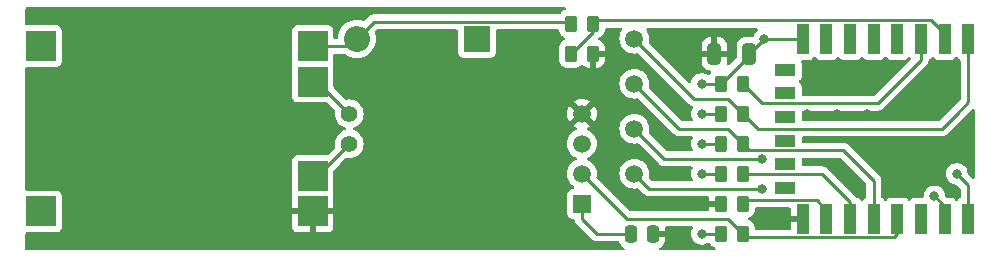
<source format=gbr>
%TF.GenerationSoftware,KiCad,Pcbnew,7.0.9*%
%TF.CreationDate,2023-11-22T21:43:23-08:00*%
%TF.ProjectId,esp12-temp-sensore,65737031-322d-4746-956d-702d73656e73,rev?*%
%TF.SameCoordinates,Original*%
%TF.FileFunction,Copper,L1,Top*%
%TF.FilePolarity,Positive*%
%FSLAX46Y46*%
G04 Gerber Fmt 4.6, Leading zero omitted, Abs format (unit mm)*
G04 Created by KiCad (PCBNEW 7.0.9) date 2023-11-22 21:43:23*
%MOMM*%
%LPD*%
G01*
G04 APERTURE LIST*
G04 Aperture macros list*
%AMRoundRect*
0 Rectangle with rounded corners*
0 $1 Rounding radius*
0 $2 $3 $4 $5 $6 $7 $8 $9 X,Y pos of 4 corners*
0 Add a 4 corners polygon primitive as box body*
4,1,4,$2,$3,$4,$5,$6,$7,$8,$9,$2,$3,0*
0 Add four circle primitives for the rounded corners*
1,1,$1+$1,$2,$3*
1,1,$1+$1,$4,$5*
1,1,$1+$1,$6,$7*
1,1,$1+$1,$8,$9*
0 Add four rect primitives between the rounded corners*
20,1,$1+$1,$2,$3,$4,$5,0*
20,1,$1+$1,$4,$5,$6,$7,0*
20,1,$1+$1,$6,$7,$8,$9,0*
20,1,$1+$1,$8,$9,$2,$3,0*%
G04 Aperture macros list end*
%TA.AperFunction,SMDPad,CuDef*%
%ADD10RoundRect,0.250000X-0.262500X-0.450000X0.262500X-0.450000X0.262500X0.450000X-0.262500X0.450000X0*%
%TD*%
%TA.AperFunction,SMDPad,CuDef*%
%ADD11C,1.500000*%
%TD*%
%TA.AperFunction,SMDPad,CuDef*%
%ADD12R,2.500000X2.500000*%
%TD*%
%TA.AperFunction,SMDPad,CuDef*%
%ADD13RoundRect,0.250000X-0.250000X-0.475000X0.250000X-0.475000X0.250000X0.475000X-0.250000X0.475000X0*%
%TD*%
%TA.AperFunction,SMDPad,CuDef*%
%ADD14RoundRect,0.250000X-0.325000X-0.650000X0.325000X-0.650000X0.325000X0.650000X-0.325000X0.650000X0*%
%TD*%
%TA.AperFunction,SMDPad,CuDef*%
%ADD15R,1.000000X2.500000*%
%TD*%
%TA.AperFunction,SMDPad,CuDef*%
%ADD16R,1.800000X1.000000*%
%TD*%
%TA.AperFunction,ComponentPad*%
%ADD17R,2.200000X2.200000*%
%TD*%
%TA.AperFunction,ComponentPad*%
%ADD18O,2.200000X2.200000*%
%TD*%
%TA.AperFunction,ComponentPad*%
%ADD19C,1.400000*%
%TD*%
%TA.AperFunction,ComponentPad*%
%ADD20R,1.500000X1.500000*%
%TD*%
%TA.AperFunction,ComponentPad*%
%ADD21C,1.500000*%
%TD*%
%TA.AperFunction,SMDPad,CuDef*%
%ADD22RoundRect,0.250000X0.262500X0.450000X-0.262500X0.450000X-0.262500X-0.450000X0.262500X-0.450000X0*%
%TD*%
%TA.AperFunction,ViaPad*%
%ADD23C,0.800000*%
%TD*%
%TA.AperFunction,Conductor*%
%ADD24C,0.250000*%
%TD*%
G04 APERTURE END LIST*
D10*
%TO.P,R7,1*%
%TO.N,VDC*%
X79097500Y-39370000D03*
%TO.P,R7,2*%
%TO.N,/HI_BOOT*%
X80922500Y-39370000D03*
%TD*%
D11*
%TO.P,T2,1,1*%
%TO.N,/FLASH*%
X71755000Y-31750000D03*
%TD*%
D12*
%TO.P,A1,1,IN+*%
%TO.N,unconnected-(A1-IN+-Pad1)*%
X21520000Y-28560000D03*
%TO.P,A1,2,IN-*%
%TO.N,unconnected-(A1-IN--Pad2)*%
X21520000Y-42560000D03*
%TO.P,A1,3,B+*%
%TO.N,+BATT*%
X44520000Y-31560000D03*
%TO.P,A1,4,B-*%
%TO.N,-BATT*%
X44520000Y-39560000D03*
%TO.P,A1,5,OUT+*%
%TO.N,/+BATT_PROT*%
X44520000Y-28560000D03*
%TO.P,A1,6,OUT-*%
%TO.N,GND*%
X44520000Y-42560000D03*
%TD*%
D13*
%TO.P,C1,1*%
%TO.N,VDC*%
X71440000Y-44450000D03*
%TO.P,C1,2*%
%TO.N,GND*%
X73340000Y-44450000D03*
%TD*%
D14*
%TO.P,C2,1*%
%TO.N,GND*%
X78535000Y-29210000D03*
%TO.P,C2,2*%
%TO.N,VDC*%
X81485000Y-29210000D03*
%TD*%
D10*
%TO.P,R6,1*%
%TO.N,VDC*%
X79097500Y-31750000D03*
%TO.P,R6,2*%
%TO.N,/EN*%
X80922500Y-31750000D03*
%TD*%
%TO.P,R3,1*%
%TO.N,/BATT_LVL*%
X66397500Y-29210000D03*
%TO.P,R3,2*%
%TO.N,GND*%
X68222500Y-29210000D03*
%TD*%
%TO.P,R5,1*%
%TO.N,VDC*%
X79097500Y-36830000D03*
%TO.P,R5,2*%
%TO.N,/FLASH*%
X80922500Y-36830000D03*
%TD*%
%TO.P,R4,1*%
%TO.N,VDC*%
X79097500Y-34290000D03*
%TO.P,R4,2*%
%TO.N,/RST*%
X80922500Y-34290000D03*
%TD*%
D15*
%TO.P,U2,1,~{RST}*%
%TO.N,/RST*%
X100020000Y-27960000D03*
%TO.P,U2,2,ADC*%
%TO.N,/BATT_LVL*%
X98020000Y-27960000D03*
%TO.P,U2,3,EN*%
%TO.N,/EN*%
X96020000Y-27960000D03*
%TO.P,U2,4,GPIO16*%
%TO.N,/RST*%
X94020000Y-27960000D03*
%TO.P,U2,5,GPIO14*%
%TO.N,unconnected-(U2-GPIO14-Pad5)*%
X92020000Y-27960000D03*
%TO.P,U2,6,GPIO12*%
%TO.N,unconnected-(U2-GPIO12-Pad6)*%
X90020000Y-27960000D03*
%TO.P,U2,7,GPIO13*%
%TO.N,unconnected-(U2-GPIO13-Pad7)*%
X88020000Y-27960000D03*
%TO.P,U2,8,VCC*%
%TO.N,VDC*%
X86020000Y-27960000D03*
D16*
%TO.P,U2,9,CS0*%
%TO.N,unconnected-(U2-CS0-Pad9)*%
X84520000Y-30560000D03*
%TO.P,U2,10,MISO*%
%TO.N,unconnected-(U2-MISO-Pad10)*%
X84520000Y-32560000D03*
%TO.P,U2,11,GPIO9*%
%TO.N,unconnected-(U2-GPIO9-Pad11)*%
X84520000Y-34560000D03*
%TO.P,U2,12,GPIO10*%
%TO.N,unconnected-(U2-GPIO10-Pad12)*%
X84520000Y-36560000D03*
%TO.P,U2,13,MOSI*%
%TO.N,unconnected-(U2-MOSI-Pad13)*%
X84520000Y-38560000D03*
%TO.P,U2,14,SCLK*%
%TO.N,unconnected-(U2-SCLK-Pad14)*%
X84520000Y-40560000D03*
D15*
%TO.P,U2,15,GND*%
%TO.N,GND*%
X86020000Y-43160000D03*
%TO.P,U2,16,GPIO15*%
%TO.N,/LOW_BOOT*%
X88020000Y-43160000D03*
%TO.P,U2,17,GPIO2*%
%TO.N,/HI_BOOT*%
X90020000Y-43160000D03*
%TO.P,U2,18,GPIO0*%
%TO.N,/FLASH*%
X92020000Y-43160000D03*
%TO.P,U2,19,GPIO4*%
%TO.N,/SENSOR*%
X94020000Y-43160000D03*
%TO.P,U2,20,GPIO5*%
%TO.N,unconnected-(U2-GPIO5-Pad20)*%
X96020000Y-43160000D03*
%TO.P,U2,21,GPIO3/RXD*%
%TO.N,/SERIAL_TX*%
X98020000Y-43160000D03*
%TO.P,U2,22,GPIO1/TXD*%
%TO.N,/SERIAL_RX*%
X100020000Y-43160000D03*
%TD*%
D11*
%TO.P,T4,1,1*%
%TO.N,/SERIAL_TX*%
X71755000Y-39370000D03*
%TD*%
D17*
%TO.P,D1,1,K*%
%TO.N,VDC*%
X58420000Y-27940000D03*
D18*
%TO.P,D1,2,A*%
%TO.N,/+BATT_PROT*%
X48260000Y-27940000D03*
%TD*%
D11*
%TO.P,T3,1,1*%
%TO.N,/SERIAL_RX*%
X71755000Y-35560000D03*
%TD*%
%TO.P,T1,1,1*%
%TO.N,/RST*%
X71755000Y-27940000D03*
%TD*%
D10*
%TO.P,R2,1*%
%TO.N,/+BATT_PROT*%
X66397500Y-26670000D03*
%TO.P,R2,2*%
%TO.N,/BATT_LVL*%
X68222500Y-26670000D03*
%TD*%
D19*
%TO.P,J1,1,1*%
%TO.N,+BATT*%
X47625000Y-34290000D03*
%TO.P,J1,2,2*%
%TO.N,-BATT*%
X47625000Y-36830000D03*
%TD*%
D20*
%TO.P,U1,1,VCC*%
%TO.N,VDC*%
X67310000Y-41910000D03*
D21*
%TO.P,U1,2,IO*%
%TO.N,/SENSOR*%
X67310000Y-39370000D03*
%TO.P,U1,3,NC*%
%TO.N,unconnected-(U1-NC-Pad3)*%
X67310000Y-36830000D03*
%TO.P,U1,4,GND*%
%TO.N,GND*%
X67310000Y-34290000D03*
%TD*%
D22*
%TO.P,R8,1*%
%TO.N,/LOW_BOOT*%
X80922500Y-41910000D03*
%TO.P,R8,2*%
%TO.N,GND*%
X79097500Y-41910000D03*
%TD*%
D10*
%TO.P,R1,1*%
%TO.N,VDC*%
X79097500Y-44450000D03*
%TO.P,R1,2*%
%TO.N,/SENSOR*%
X80922500Y-44450000D03*
%TD*%
D23*
%TO.N,GND*%
X91440000Y-36830000D03*
X27051000Y-41910000D03*
X53340000Y-27940000D03*
X74930000Y-44450000D03*
X82550000Y-43180000D03*
X41910000Y-41910000D03*
X89408000Y-39370000D03*
X96520000Y-39370000D03*
X86360000Y-34290000D03*
X57277000Y-42545000D03*
X27051000Y-30607000D03*
X96520000Y-36830000D03*
X93980000Y-34290000D03*
X74930000Y-29210000D03*
X88900000Y-34290000D03*
X41910000Y-30480000D03*
X98933000Y-36830000D03*
X27051000Y-35433000D03*
X96520000Y-31750000D03*
X50546000Y-42545000D03*
X41910000Y-35433000D03*
X34163000Y-41783000D03*
X50546000Y-35433000D03*
X34163000Y-30607000D03*
X93980000Y-36830000D03*
X34163000Y-35433000D03*
X63246000Y-31369000D03*
X91440000Y-34290000D03*
X88900000Y-31750000D03*
X57150000Y-35433000D03*
X91440000Y-31750000D03*
X83820000Y-43180000D03*
X76200000Y-30480000D03*
X86360000Y-31750000D03*
X96520000Y-34290000D03*
X93980000Y-39370000D03*
%TO.N,VDC*%
X77470000Y-34290000D03*
X77470000Y-44450000D03*
X77470000Y-39370000D03*
X77470000Y-36830000D03*
X82735000Y-27960000D03*
X77470000Y-31750000D03*
%TO.N,/RST*%
X80899000Y-34290000D03*
X94107000Y-27940000D03*
%TO.N,/SERIAL_RX*%
X82550000Y-38109500D03*
X99060000Y-39370000D03*
%TO.N,/SERIAL_TX*%
X97155000Y-41275000D03*
X82550000Y-40640000D03*
%TD*%
D24*
%TO.N,+BATT*%
X44895000Y-31560000D02*
X44520000Y-31560000D01*
X47625000Y-34290000D02*
X44895000Y-31560000D01*
%TO.N,-BATT*%
X44895000Y-39560000D02*
X44520000Y-39560000D01*
X47625000Y-36830000D02*
X44895000Y-39560000D01*
%TO.N,/+BATT_PROT*%
X47640000Y-28560000D02*
X48260000Y-27940000D01*
X49685000Y-26515000D02*
X66242500Y-26515000D01*
X44520000Y-28560000D02*
X47640000Y-28560000D01*
X66242500Y-26515000D02*
X66397500Y-26670000D01*
X48260000Y-27940000D02*
X49685000Y-26515000D01*
%TO.N,VDC*%
X79097500Y-36830000D02*
X77470000Y-36830000D01*
X86020000Y-27960000D02*
X82735000Y-27960000D01*
X81485000Y-29362500D02*
X81485000Y-29210000D01*
X68580000Y-44450000D02*
X67310000Y-43180000D01*
X79097500Y-44450000D02*
X77470000Y-44450000D01*
X79097500Y-39370000D02*
X77470000Y-39370000D01*
X67310000Y-43180000D02*
X67310000Y-41910000D01*
X79097500Y-31750000D02*
X81485000Y-29362500D01*
X79097500Y-34290000D02*
X77470000Y-34290000D01*
X71440000Y-44450000D02*
X68580000Y-44450000D01*
X82735000Y-27960000D02*
X81485000Y-29210000D01*
X79097500Y-31750000D02*
X77470000Y-31750000D01*
%TO.N,/SENSOR*%
X80922500Y-44450000D02*
X79652500Y-43180000D01*
X71120000Y-43180000D02*
X67310000Y-39370000D01*
X80922500Y-44450000D02*
X81207500Y-44735000D01*
X79652500Y-43180000D02*
X71120000Y-43180000D01*
X93695000Y-44735000D02*
X93980000Y-44450000D01*
X81207500Y-44735000D02*
X93695000Y-44735000D01*
%TO.N,/BATT_LVL*%
X96845000Y-26385000D02*
X68507500Y-26385000D01*
X66397500Y-29210000D02*
X68222500Y-27385000D01*
X68222500Y-27385000D02*
X68222500Y-26670000D01*
X68507500Y-26385000D02*
X68222500Y-26670000D01*
X98020000Y-27960000D02*
X98020000Y-27560000D01*
X98020000Y-27560000D02*
X96845000Y-26385000D01*
%TO.N,/RST*%
X94020000Y-27960000D02*
X94087000Y-27960000D01*
X80922500Y-34290000D02*
X82192500Y-35560000D01*
X82192500Y-35560000D02*
X85090000Y-35560000D01*
X76835000Y-33020000D02*
X71755000Y-27940000D01*
X94087000Y-27960000D02*
X94107000Y-27940000D01*
X79652500Y-33020000D02*
X76835000Y-33020000D01*
X100020000Y-33330000D02*
X99060000Y-34290000D01*
X85090000Y-35560000D02*
X95250000Y-35560000D01*
X99060000Y-34290000D02*
X97790000Y-35560000D01*
X100020000Y-27960000D02*
X100020000Y-33330000D01*
X80922500Y-34290000D02*
X79652500Y-33020000D01*
X97790000Y-35560000D02*
X95250000Y-35560000D01*
%TO.N,/FLASH*%
X89455000Y-37385000D02*
X92020000Y-39950000D01*
X80922500Y-36830000D02*
X81477500Y-37385000D01*
X80922500Y-36830000D02*
X79652500Y-35560000D01*
X79652500Y-35560000D02*
X75565000Y-35560000D01*
X75565000Y-35560000D02*
X71755000Y-31750000D01*
X81477500Y-37385000D02*
X89455000Y-37385000D01*
X92020000Y-39950000D02*
X92020000Y-43160000D01*
%TO.N,/EN*%
X96020000Y-29710000D02*
X96020000Y-27960000D01*
X92345000Y-33385000D02*
X96020000Y-29710000D01*
X80922500Y-31750000D02*
X82557500Y-33385000D01*
X82557500Y-33385000D02*
X92345000Y-33385000D01*
%TO.N,/HI_BOOT*%
X80922500Y-39370000D02*
X80937500Y-39385000D01*
X80937500Y-39385000D02*
X87645000Y-39385000D01*
X87645000Y-39385000D02*
X90020000Y-41760000D01*
X90020000Y-41760000D02*
X90020000Y-43160000D01*
%TO.N,/LOW_BOOT*%
X87195000Y-41585000D02*
X88020000Y-42410000D01*
X80922500Y-41910000D02*
X81247500Y-41585000D01*
X88020000Y-42410000D02*
X88020000Y-43160000D01*
X81247500Y-41585000D02*
X87195000Y-41585000D01*
%TO.N,/SERIAL_RX*%
X100020000Y-43160000D02*
X100020000Y-40330000D01*
X100020000Y-40330000D02*
X99060000Y-39370000D01*
X82550000Y-38109500D02*
X74304500Y-38109500D01*
X74304500Y-38109500D02*
X71755000Y-35560000D01*
%TO.N,/SERIAL_TX*%
X73025000Y-40640000D02*
X71755000Y-39370000D01*
X82550000Y-40640000D02*
X73025000Y-40640000D01*
X98020000Y-42140000D02*
X97155000Y-41275000D01*
X98020000Y-43160000D02*
X98020000Y-42140000D01*
%TD*%
%TA.AperFunction,Conductor*%
%TO.N,GND*%
G36*
X65891391Y-25285502D02*
G01*
X65937884Y-25339158D01*
X65947988Y-25409432D01*
X65918494Y-25474012D01*
X65862903Y-25511104D01*
X65812265Y-25527883D01*
X65661347Y-25620970D01*
X65661341Y-25620975D01*
X65535975Y-25746341D01*
X65535970Y-25746347D01*
X65489525Y-25821647D01*
X65436739Y-25869125D01*
X65382284Y-25881500D01*
X49768849Y-25881500D01*
X49753010Y-25879751D01*
X49752983Y-25880045D01*
X49745091Y-25879299D01*
X49675060Y-25881500D01*
X49645144Y-25881500D01*
X49638172Y-25882379D01*
X49632265Y-25882844D01*
X49585110Y-25884326D01*
X49585105Y-25884327D01*
X49565660Y-25889977D01*
X49546302Y-25893986D01*
X49526210Y-25896524D01*
X49526202Y-25896526D01*
X49482336Y-25913893D01*
X49476721Y-25915816D01*
X49431407Y-25928982D01*
X49431402Y-25928984D01*
X49413963Y-25939297D01*
X49396218Y-25947990D01*
X49377380Y-25955449D01*
X49355278Y-25971507D01*
X49339212Y-25983180D01*
X49334261Y-25986433D01*
X49293640Y-26010455D01*
X49279307Y-26024787D01*
X49264281Y-26037620D01*
X49247895Y-26049526D01*
X49247894Y-26049526D01*
X49217818Y-26085880D01*
X49213823Y-26090271D01*
X48917123Y-26386970D01*
X48854811Y-26420996D01*
X48783996Y-26415931D01*
X48779813Y-26414285D01*
X48758591Y-26405495D01*
X48681428Y-26386970D01*
X48512403Y-26346391D01*
X48260000Y-26326526D01*
X48007597Y-26346391D01*
X47761410Y-26405494D01*
X47527499Y-26502383D01*
X47311625Y-26634671D01*
X47119102Y-26799102D01*
X46954671Y-26991625D01*
X46822383Y-27207499D01*
X46725494Y-27441410D01*
X46666391Y-27687597D01*
X46656727Y-27810387D01*
X46631441Y-27876728D01*
X46574303Y-27918867D01*
X46531115Y-27926500D01*
X46404500Y-27926500D01*
X46336379Y-27906498D01*
X46289886Y-27852842D01*
X46278500Y-27800500D01*
X46278500Y-27261367D01*
X46278499Y-27261350D01*
X46271990Y-27200803D01*
X46271988Y-27200795D01*
X46241657Y-27119477D01*
X46220889Y-27063796D01*
X46220888Y-27063794D01*
X46220887Y-27063792D01*
X46133261Y-26946738D01*
X46016207Y-26859112D01*
X46016202Y-26859110D01*
X45879204Y-26808011D01*
X45879196Y-26808009D01*
X45818649Y-26801500D01*
X45818638Y-26801500D01*
X43221362Y-26801500D01*
X43221350Y-26801500D01*
X43160803Y-26808009D01*
X43160795Y-26808011D01*
X43023797Y-26859110D01*
X43023792Y-26859112D01*
X42906738Y-26946738D01*
X42819112Y-27063792D01*
X42819110Y-27063797D01*
X42768011Y-27200795D01*
X42768009Y-27200803D01*
X42761500Y-27261350D01*
X42761500Y-29858649D01*
X42768009Y-29919196D01*
X42768011Y-29919204D01*
X42804103Y-30015967D01*
X42809169Y-30086783D01*
X42804103Y-30104033D01*
X42768011Y-30200795D01*
X42768009Y-30200803D01*
X42761500Y-30261350D01*
X42761500Y-32858649D01*
X42768009Y-32919196D01*
X42768011Y-32919204D01*
X42819110Y-33056202D01*
X42819112Y-33056207D01*
X42906738Y-33173261D01*
X43023792Y-33260887D01*
X43023794Y-33260888D01*
X43023796Y-33260889D01*
X43082875Y-33282924D01*
X43160795Y-33311988D01*
X43160803Y-33311990D01*
X43221350Y-33318499D01*
X43221355Y-33318499D01*
X43221362Y-33318500D01*
X45705405Y-33318500D01*
X45773526Y-33338502D01*
X45794501Y-33355405D01*
X46397498Y-33958403D01*
X46431523Y-34020715D01*
X46430261Y-34073744D01*
X46431270Y-34073922D01*
X46430315Y-34079339D01*
X46430314Y-34079342D01*
X46430314Y-34079345D01*
X46411884Y-34290000D01*
X46430314Y-34500655D01*
X46454856Y-34592248D01*
X46485043Y-34704908D01*
X46485045Y-34704912D01*
X46574412Y-34896561D01*
X46695692Y-35069767D01*
X46695696Y-35069772D01*
X46695699Y-35069776D01*
X46845224Y-35219301D01*
X46845228Y-35219304D01*
X46845232Y-35219307D01*
X47018438Y-35340587D01*
X47018441Y-35340588D01*
X47018442Y-35340589D01*
X47210090Y-35429956D01*
X47241205Y-35438293D01*
X47301828Y-35475245D01*
X47332849Y-35539105D01*
X47324421Y-35609600D01*
X47279218Y-35664347D01*
X47241206Y-35681706D01*
X47233406Y-35683796D01*
X47210091Y-35690043D01*
X47210087Y-35690045D01*
X47018438Y-35779412D01*
X46845232Y-35900692D01*
X46845221Y-35900701D01*
X46695703Y-36050220D01*
X46695692Y-36050232D01*
X46574412Y-36223438D01*
X46485045Y-36415087D01*
X46485043Y-36415091D01*
X46473427Y-36458444D01*
X46430314Y-36619345D01*
X46411884Y-36830000D01*
X46430314Y-37040655D01*
X46430314Y-37040658D01*
X46430315Y-37040660D01*
X46431270Y-37046078D01*
X46429957Y-37046309D01*
X46428418Y-37110871D01*
X46397498Y-37161597D01*
X45794498Y-37764596D01*
X45732188Y-37798620D01*
X45705405Y-37801500D01*
X43221350Y-37801500D01*
X43160803Y-37808009D01*
X43160795Y-37808011D01*
X43023797Y-37859110D01*
X43023792Y-37859112D01*
X42906738Y-37946738D01*
X42819112Y-38063792D01*
X42819110Y-38063797D01*
X42768011Y-38200795D01*
X42768009Y-38200803D01*
X42761500Y-38261350D01*
X42761500Y-40858649D01*
X42768009Y-40919196D01*
X42768010Y-40919197D01*
X42768010Y-40919199D01*
X42768011Y-40919201D01*
X42804370Y-41016681D01*
X42809435Y-41087497D01*
X42804370Y-41104745D01*
X42768505Y-41200904D01*
X42762000Y-41261402D01*
X42762000Y-42306000D01*
X46278000Y-42306000D01*
X46278000Y-41261414D01*
X46277999Y-41261402D01*
X46271494Y-41200907D01*
X46235629Y-41104748D01*
X46230564Y-41033932D01*
X46235630Y-41016682D01*
X46271988Y-40919204D01*
X46271990Y-40919196D01*
X46278499Y-40858649D01*
X46278500Y-40858632D01*
X46278500Y-39124594D01*
X46298502Y-39056473D01*
X46315405Y-39035499D01*
X46792945Y-38557959D01*
X47293404Y-38057499D01*
X47355714Y-38023476D01*
X47408751Y-38024742D01*
X47408930Y-38023731D01*
X47414334Y-38024683D01*
X47414345Y-38024686D01*
X47625000Y-38043116D01*
X47835655Y-38024686D01*
X48039910Y-37969956D01*
X48231558Y-37880589D01*
X48262231Y-37859112D01*
X48274862Y-37850267D01*
X48404776Y-37759301D01*
X48554301Y-37609776D01*
X48658017Y-37461654D01*
X48675587Y-37436561D01*
X48675587Y-37436560D01*
X48675589Y-37436558D01*
X48764956Y-37244910D01*
X48819686Y-37040655D01*
X48838116Y-36830000D01*
X48819686Y-36619345D01*
X48764956Y-36415090D01*
X48675589Y-36223442D01*
X48675588Y-36223441D01*
X48675587Y-36223438D01*
X48554307Y-36050232D01*
X48554304Y-36050229D01*
X48554301Y-36050224D01*
X48404776Y-35900699D01*
X48404772Y-35900696D01*
X48404767Y-35900692D01*
X48231561Y-35779412D01*
X48039912Y-35690045D01*
X48039905Y-35690042D01*
X48017211Y-35683961D01*
X48008794Y-35681706D01*
X47948172Y-35644756D01*
X47917150Y-35580896D01*
X47925578Y-35510401D01*
X47970780Y-35455654D01*
X48008793Y-35438293D01*
X48039910Y-35429956D01*
X48231558Y-35340589D01*
X48404776Y-35219301D01*
X48554301Y-35069776D01*
X48653331Y-34928346D01*
X48675587Y-34896561D01*
X48675587Y-34896560D01*
X48675589Y-34896558D01*
X48764956Y-34704910D01*
X48819686Y-34500655D01*
X48838116Y-34290000D01*
X48819686Y-34079345D01*
X48764956Y-33875090D01*
X48675589Y-33683442D01*
X48675588Y-33683441D01*
X48675587Y-33683438D01*
X48554307Y-33510232D01*
X48554304Y-33510228D01*
X48554301Y-33510224D01*
X48404776Y-33360699D01*
X48404772Y-33360696D01*
X48404767Y-33360692D01*
X48231561Y-33239412D01*
X48039912Y-33150045D01*
X48039908Y-33150043D01*
X47945113Y-33124643D01*
X47835655Y-33095314D01*
X47625000Y-33076884D01*
X47414345Y-33095314D01*
X47414342Y-33095314D01*
X47414339Y-33095315D01*
X47408922Y-33096270D01*
X47408691Y-33094959D01*
X47344113Y-33093414D01*
X47293401Y-33062497D01*
X46315405Y-32084500D01*
X46281379Y-32022188D01*
X46278500Y-31995405D01*
X46278500Y-30261367D01*
X46278499Y-30261350D01*
X46271990Y-30200803D01*
X46271988Y-30200795D01*
X46235897Y-30104033D01*
X46230831Y-30033217D01*
X46235897Y-30015967D01*
X46271988Y-29919204D01*
X46271990Y-29919196D01*
X46278499Y-29858649D01*
X46278500Y-29858632D01*
X46278500Y-29319500D01*
X46298502Y-29251379D01*
X46352158Y-29204886D01*
X46404500Y-29193500D01*
X47204458Y-29193500D01*
X47272579Y-29213502D01*
X47286280Y-29223682D01*
X47311624Y-29245328D01*
X47527498Y-29377616D01*
X47761409Y-29474505D01*
X48007597Y-29533609D01*
X48260000Y-29553474D01*
X48512403Y-29533609D01*
X48758591Y-29474505D01*
X48992502Y-29377616D01*
X49208376Y-29245328D01*
X49400898Y-29080898D01*
X49565328Y-28888376D01*
X49697616Y-28672502D01*
X49794505Y-28438591D01*
X49853609Y-28192403D01*
X49873474Y-27940000D01*
X49853609Y-27687597D01*
X49794505Y-27441409D01*
X49785714Y-27420187D01*
X49778125Y-27349600D01*
X49809903Y-27286112D01*
X49812991Y-27282911D01*
X49910500Y-27185404D01*
X49972813Y-27151379D01*
X49999595Y-27148500D01*
X56685500Y-27148500D01*
X56753621Y-27168502D01*
X56800114Y-27222158D01*
X56811500Y-27274500D01*
X56811500Y-29088649D01*
X56818009Y-29149196D01*
X56818011Y-29149204D01*
X56869110Y-29286202D01*
X56869112Y-29286207D01*
X56956738Y-29403261D01*
X57073792Y-29490887D01*
X57073794Y-29490888D01*
X57073796Y-29490889D01*
X57092604Y-29497904D01*
X57210795Y-29541988D01*
X57210803Y-29541990D01*
X57271350Y-29548499D01*
X57271355Y-29548499D01*
X57271362Y-29548500D01*
X57271368Y-29548500D01*
X59568632Y-29548500D01*
X59568638Y-29548500D01*
X59568645Y-29548499D01*
X59568649Y-29548499D01*
X59629196Y-29541990D01*
X59629199Y-29541989D01*
X59629201Y-29541989D01*
X59766204Y-29490889D01*
X59788091Y-29474505D01*
X59883261Y-29403261D01*
X59970887Y-29286207D01*
X59970887Y-29286206D01*
X59970889Y-29286204D01*
X60021989Y-29149201D01*
X60028500Y-29088638D01*
X60028500Y-27274500D01*
X60048502Y-27206379D01*
X60102158Y-27159886D01*
X60154500Y-27148500D01*
X65260464Y-27148500D01*
X65328585Y-27168502D01*
X65375078Y-27222158D01*
X65385811Y-27261692D01*
X65387111Y-27274419D01*
X65387112Y-27274422D01*
X65387112Y-27274424D01*
X65387113Y-27274426D01*
X65436361Y-27423048D01*
X65442885Y-27442738D01*
X65535970Y-27593652D01*
X65535975Y-27593658D01*
X65661341Y-27719024D01*
X65661347Y-27719029D01*
X65661348Y-27719030D01*
X65812262Y-27812115D01*
X65837249Y-27820394D01*
X65895621Y-27860806D01*
X65922878Y-27926362D01*
X65910366Y-27996247D01*
X65862057Y-28048274D01*
X65837255Y-28059602D01*
X65812264Y-28067883D01*
X65661347Y-28160970D01*
X65661341Y-28160975D01*
X65535975Y-28286341D01*
X65535970Y-28286347D01*
X65442885Y-28437262D01*
X65387113Y-28605572D01*
X65387112Y-28605579D01*
X65376500Y-28709446D01*
X65376500Y-29710544D01*
X65387112Y-29814425D01*
X65442885Y-29982738D01*
X65535970Y-30133652D01*
X65535975Y-30133658D01*
X65661341Y-30259024D01*
X65661347Y-30259029D01*
X65661348Y-30259030D01*
X65812262Y-30352115D01*
X65980574Y-30407887D01*
X66084455Y-30418500D01*
X66710544Y-30418499D01*
X66814426Y-30407887D01*
X66982738Y-30352115D01*
X67133652Y-30259030D01*
X67175434Y-30217248D01*
X67221259Y-30171424D01*
X67283571Y-30137398D01*
X67354386Y-30142463D01*
X67399449Y-30171424D01*
X67486654Y-30258629D01*
X67486660Y-30258634D01*
X67637474Y-30351657D01*
X67805678Y-30407393D01*
X67805681Y-30407394D01*
X67909483Y-30417999D01*
X67909483Y-30418000D01*
X67968500Y-30418000D01*
X67968500Y-29464000D01*
X68476500Y-29464000D01*
X68476500Y-30418000D01*
X68535517Y-30418000D01*
X68535516Y-30417999D01*
X68639318Y-30407394D01*
X68639321Y-30407393D01*
X68807525Y-30351657D01*
X68958339Y-30258634D01*
X68958345Y-30258629D01*
X69083629Y-30133345D01*
X69083634Y-30133339D01*
X69176657Y-29982525D01*
X69232393Y-29814321D01*
X69232394Y-29814318D01*
X69242999Y-29710516D01*
X69243000Y-29710516D01*
X69243000Y-29464000D01*
X68476500Y-29464000D01*
X67968500Y-29464000D01*
X67968500Y-29082000D01*
X67988502Y-29013879D01*
X68042158Y-28967386D01*
X68094500Y-28956000D01*
X69243000Y-28956000D01*
X69243000Y-28709483D01*
X69232394Y-28605681D01*
X69232393Y-28605678D01*
X69176657Y-28437474D01*
X69083634Y-28286660D01*
X69083629Y-28286654D01*
X68958345Y-28161370D01*
X68958339Y-28161365D01*
X68807523Y-28068341D01*
X68781950Y-28059867D01*
X68723579Y-28019452D01*
X68696325Y-27953895D01*
X68708839Y-27884010D01*
X68757150Y-27831985D01*
X68781951Y-27820659D01*
X68807738Y-27812115D01*
X68958652Y-27719030D01*
X69084030Y-27593652D01*
X69177115Y-27442738D01*
X69232887Y-27274426D01*
X69238227Y-27222158D01*
X69243500Y-27170553D01*
X69243500Y-27144500D01*
X69263502Y-27076379D01*
X69317158Y-27029886D01*
X69369500Y-27018500D01*
X70621853Y-27018500D01*
X70689974Y-27038502D01*
X70736467Y-27092158D01*
X70746571Y-27162432D01*
X70725066Y-27216771D01*
X70660944Y-27308346D01*
X70567881Y-27507920D01*
X70567880Y-27507924D01*
X70510885Y-27720629D01*
X70491693Y-27940000D01*
X70510885Y-28159371D01*
X70511421Y-28161370D01*
X70567879Y-28372073D01*
X70567881Y-28372079D01*
X70583550Y-28405681D01*
X70660944Y-28571654D01*
X70764468Y-28719500D01*
X70787251Y-28752038D01*
X70787254Y-28752042D01*
X70942957Y-28907745D01*
X70942961Y-28907748D01*
X70942962Y-28907749D01*
X71123346Y-29034056D01*
X71322924Y-29127120D01*
X71535629Y-29184115D01*
X71755000Y-29203307D01*
X71974371Y-29184115D01*
X72005714Y-29175716D01*
X72076688Y-29177402D01*
X72127421Y-29208325D01*
X74237015Y-31317920D01*
X76327755Y-33408660D01*
X76337720Y-33421097D01*
X76337947Y-33420910D01*
X76342999Y-33427017D01*
X76394078Y-33474983D01*
X76415223Y-33496129D01*
X76415227Y-33496132D01*
X76415230Y-33496135D01*
X76420782Y-33500442D01*
X76425269Y-33504273D01*
X76447959Y-33525581D01*
X76459677Y-33536585D01*
X76459679Y-33536586D01*
X76477428Y-33546343D01*
X76493953Y-33557198D01*
X76509959Y-33569614D01*
X76551686Y-33587670D01*
X76553262Y-33588352D01*
X76558583Y-33590958D01*
X76599940Y-33613695D01*
X76599948Y-33613697D01*
X76619558Y-33618732D01*
X76638255Y-33625132D01*
X76640012Y-33625892D01*
X76641720Y-33626631D01*
X76696299Y-33672036D01*
X76717667Y-33739741D01*
X76700812Y-33805272D01*
X76635474Y-33918441D01*
X76635473Y-33918443D01*
X76635473Y-33918444D01*
X76626990Y-33944551D01*
X76576457Y-34100072D01*
X76556496Y-34290000D01*
X76576457Y-34479927D01*
X76585997Y-34509287D01*
X76635473Y-34661556D01*
X76635476Y-34661561D01*
X76679319Y-34737500D01*
X76696057Y-34806496D01*
X76672836Y-34873587D01*
X76617029Y-34917474D01*
X76570200Y-34926500D01*
X75879594Y-34926500D01*
X75811473Y-34906498D01*
X75790499Y-34889595D01*
X73023327Y-32122422D01*
X72989301Y-32060110D01*
X72990715Y-32000715D01*
X72999115Y-31969371D01*
X73018307Y-31750000D01*
X72999115Y-31530629D01*
X72942120Y-31317924D01*
X72849056Y-31118347D01*
X72722749Y-30937962D01*
X72567038Y-30782251D01*
X72386654Y-30655944D01*
X72386650Y-30655942D01*
X72187079Y-30562881D01*
X72187073Y-30562879D01*
X72097178Y-30538791D01*
X71974371Y-30505885D01*
X71755000Y-30486693D01*
X71535629Y-30505885D01*
X71322926Y-30562879D01*
X71322920Y-30562881D01*
X71123346Y-30655944D01*
X70942965Y-30782248D01*
X70942959Y-30782253D01*
X70787253Y-30937959D01*
X70787248Y-30937965D01*
X70660944Y-31118346D01*
X70567881Y-31317920D01*
X70567879Y-31317926D01*
X70530043Y-31459132D01*
X70510885Y-31530629D01*
X70491693Y-31750000D01*
X70510885Y-31969371D01*
X70531845Y-32047595D01*
X70551895Y-32122422D01*
X70567880Y-32182076D01*
X70660944Y-32381654D01*
X70787251Y-32562038D01*
X70787254Y-32562042D01*
X70942957Y-32717745D01*
X70942961Y-32717748D01*
X70942962Y-32717749D01*
X71123346Y-32844056D01*
X71322924Y-32937120D01*
X71535629Y-32994115D01*
X71755000Y-33013307D01*
X71974371Y-32994115D01*
X72005714Y-32985716D01*
X72076688Y-32987402D01*
X72127422Y-33018326D01*
X75057753Y-35948657D01*
X75067720Y-35961097D01*
X75067947Y-35960910D01*
X75072999Y-35967017D01*
X75073000Y-35967018D01*
X75124095Y-36014999D01*
X75145231Y-36036135D01*
X75150770Y-36040431D01*
X75155282Y-36044285D01*
X75176853Y-36064542D01*
X75189678Y-36076585D01*
X75189682Y-36076588D01*
X75207430Y-36086345D01*
X75223957Y-36097201D01*
X75239960Y-36109614D01*
X75283259Y-36128351D01*
X75288585Y-36130960D01*
X75329935Y-36153693D01*
X75329938Y-36153694D01*
X75329940Y-36153695D01*
X75349562Y-36158733D01*
X75368263Y-36165135D01*
X75380814Y-36170567D01*
X75386852Y-36173180D01*
X75386853Y-36173180D01*
X75386855Y-36173181D01*
X75433477Y-36180564D01*
X75439262Y-36181763D01*
X75484970Y-36193500D01*
X75505224Y-36193500D01*
X75524934Y-36195051D01*
X75527141Y-36195400D01*
X75544943Y-36198220D01*
X75579472Y-36194956D01*
X75591917Y-36193780D01*
X75597850Y-36193500D01*
X76570200Y-36193500D01*
X76638321Y-36213502D01*
X76684814Y-36267158D01*
X76694918Y-36337432D01*
X76679319Y-36382500D01*
X76635476Y-36458438D01*
X76635473Y-36458445D01*
X76576457Y-36640072D01*
X76556496Y-36830000D01*
X76576457Y-37019927D01*
X76605776Y-37110158D01*
X76635473Y-37201556D01*
X76635476Y-37201561D01*
X76684804Y-37287000D01*
X76701542Y-37355995D01*
X76678322Y-37423087D01*
X76622514Y-37466974D01*
X76575685Y-37476000D01*
X74619095Y-37476000D01*
X74550974Y-37455998D01*
X74530000Y-37439095D01*
X73023327Y-35932422D01*
X72989301Y-35870110D01*
X72990715Y-35810715D01*
X72999115Y-35779371D01*
X73018307Y-35560000D01*
X72999115Y-35340629D01*
X72942120Y-35127924D01*
X72849056Y-34928347D01*
X72722749Y-34747962D01*
X72567038Y-34592251D01*
X72386654Y-34465944D01*
X72277721Y-34415148D01*
X72187079Y-34372881D01*
X72187073Y-34372879D01*
X72097178Y-34348791D01*
X71974371Y-34315885D01*
X71755000Y-34296693D01*
X71535629Y-34315885D01*
X71322926Y-34372879D01*
X71322920Y-34372881D01*
X71123346Y-34465944D01*
X70942965Y-34592248D01*
X70942959Y-34592253D01*
X70787253Y-34747959D01*
X70787248Y-34747965D01*
X70660944Y-34928346D01*
X70567881Y-35127920D01*
X70567879Y-35127926D01*
X70510896Y-35340587D01*
X70510885Y-35340629D01*
X70491693Y-35560000D01*
X70510885Y-35779371D01*
X70510896Y-35779411D01*
X70567879Y-35992073D01*
X70567881Y-35992079D01*
X70660942Y-36191650D01*
X70660944Y-36191654D01*
X70787251Y-36372038D01*
X70787254Y-36372042D01*
X70942957Y-36527745D01*
X70942961Y-36527748D01*
X70942962Y-36527749D01*
X71123346Y-36654056D01*
X71322924Y-36747120D01*
X71535629Y-36804115D01*
X71755000Y-36823307D01*
X71974371Y-36804115D01*
X72005714Y-36795716D01*
X72076688Y-36797402D01*
X72127422Y-36828326D01*
X73797253Y-38498157D01*
X73807220Y-38510597D01*
X73807447Y-38510410D01*
X73812499Y-38516517D01*
X73863595Y-38564499D01*
X73884725Y-38585630D01*
X73890268Y-38589930D01*
X73894781Y-38593785D01*
X73929179Y-38626086D01*
X73929180Y-38626086D01*
X73929182Y-38626088D01*
X73946929Y-38635844D01*
X73963459Y-38646702D01*
X73979459Y-38659113D01*
X74010636Y-38672604D01*
X74022751Y-38677847D01*
X74028085Y-38680459D01*
X74069440Y-38703195D01*
X74089062Y-38708233D01*
X74107763Y-38714635D01*
X74126355Y-38722681D01*
X74172970Y-38730063D01*
X74178742Y-38731258D01*
X74224470Y-38743000D01*
X74244731Y-38743000D01*
X74264439Y-38744550D01*
X74284443Y-38747719D01*
X74317959Y-38744551D01*
X74331410Y-38743280D01*
X74337342Y-38743000D01*
X76564716Y-38743000D01*
X76632837Y-38763002D01*
X76679330Y-38816658D01*
X76689434Y-38886932D01*
X76673836Y-38931996D01*
X76649182Y-38974699D01*
X76635473Y-38998443D01*
X76635473Y-38998445D01*
X76576457Y-39180072D01*
X76556496Y-39370000D01*
X76576457Y-39559927D01*
X76596208Y-39620713D01*
X76635473Y-39741556D01*
X76635476Y-39741561D01*
X76679319Y-39817500D01*
X76696057Y-39886496D01*
X76672836Y-39953587D01*
X76617029Y-39997474D01*
X76570200Y-40006500D01*
X73339595Y-40006500D01*
X73271474Y-39986498D01*
X73250500Y-39969595D01*
X73023327Y-39742422D01*
X72989301Y-39680110D01*
X72990715Y-39620715D01*
X72999115Y-39589371D01*
X73018307Y-39370000D01*
X72999115Y-39150629D01*
X72942120Y-38937924D01*
X72849056Y-38738347D01*
X72722749Y-38557962D01*
X72567038Y-38402251D01*
X72386654Y-38275944D01*
X72386648Y-38275941D01*
X72187079Y-38182881D01*
X72187073Y-38182879D01*
X72043842Y-38144500D01*
X71974371Y-38125885D01*
X71755000Y-38106693D01*
X71535629Y-38125885D01*
X71322926Y-38182879D01*
X71322920Y-38182881D01*
X71123346Y-38275944D01*
X70942965Y-38402248D01*
X70942959Y-38402253D01*
X70787253Y-38557959D01*
X70787248Y-38557965D01*
X70660944Y-38738346D01*
X70567881Y-38937920D01*
X70567879Y-38937926D01*
X70517861Y-39124594D01*
X70510885Y-39150629D01*
X70491693Y-39370000D01*
X70510885Y-39589371D01*
X70519283Y-39620713D01*
X70567879Y-39802073D01*
X70567881Y-39802079D01*
X70638530Y-39953587D01*
X70660944Y-40001654D01*
X70772602Y-40161117D01*
X70787251Y-40182038D01*
X70787254Y-40182042D01*
X70942957Y-40337745D01*
X70942961Y-40337748D01*
X70942962Y-40337749D01*
X71123346Y-40464056D01*
X71322924Y-40557120D01*
X71535629Y-40614115D01*
X71755000Y-40633307D01*
X71974371Y-40614115D01*
X72005714Y-40605716D01*
X72076688Y-40607402D01*
X72127422Y-40638326D01*
X72517753Y-41028657D01*
X72527720Y-41041097D01*
X72527947Y-41040910D01*
X72532999Y-41047017D01*
X72584095Y-41094999D01*
X72605225Y-41116130D01*
X72610768Y-41120430D01*
X72615281Y-41124285D01*
X72649679Y-41156586D01*
X72649680Y-41156586D01*
X72649682Y-41156588D01*
X72667429Y-41166344D01*
X72683959Y-41177202D01*
X72699959Y-41189613D01*
X72731136Y-41203104D01*
X72743251Y-41208347D01*
X72748585Y-41210959D01*
X72789940Y-41233695D01*
X72809562Y-41238733D01*
X72828263Y-41245135D01*
X72840174Y-41250290D01*
X72846852Y-41253180D01*
X72846853Y-41253180D01*
X72846855Y-41253181D01*
X72893477Y-41260564D01*
X72899262Y-41261763D01*
X72944970Y-41273500D01*
X72965224Y-41273500D01*
X72984934Y-41275051D01*
X72987141Y-41275400D01*
X73004943Y-41278220D01*
X73039007Y-41275000D01*
X73051917Y-41273780D01*
X73057850Y-41273500D01*
X77951365Y-41273500D01*
X78019486Y-41293502D01*
X78065979Y-41347158D01*
X78075668Y-41406203D01*
X78077163Y-41406280D01*
X78077000Y-41409483D01*
X78077000Y-41656000D01*
X79225500Y-41656000D01*
X79293621Y-41676002D01*
X79340114Y-41729658D01*
X79351500Y-41782000D01*
X79351500Y-42038000D01*
X79331498Y-42106121D01*
X79277842Y-42152614D01*
X79225500Y-42164000D01*
X78077000Y-42164000D01*
X78077000Y-42410516D01*
X78077163Y-42413720D01*
X78075539Y-42413802D01*
X78063810Y-42477352D01*
X78015223Y-42529119D01*
X77951365Y-42546500D01*
X71434594Y-42546500D01*
X71366473Y-42526498D01*
X71345499Y-42509595D01*
X68578327Y-39742422D01*
X68544301Y-39680110D01*
X68545715Y-39620715D01*
X68554115Y-39589371D01*
X68573307Y-39370000D01*
X68554115Y-39150629D01*
X68497120Y-38937924D01*
X68404056Y-38738347D01*
X68277749Y-38557962D01*
X68122038Y-38402251D01*
X67941654Y-38275944D01*
X67941648Y-38275941D01*
X67941648Y-38275940D01*
X67809232Y-38214195D01*
X67755946Y-38167278D01*
X67736485Y-38099001D01*
X67757026Y-38031041D01*
X67809232Y-37985805D01*
X67941648Y-37924059D01*
X67941648Y-37924058D01*
X67941654Y-37924056D01*
X68122038Y-37797749D01*
X68277749Y-37642038D01*
X68404056Y-37461654D01*
X68497120Y-37262076D01*
X68554115Y-37049371D01*
X68573307Y-36830000D01*
X68554115Y-36610629D01*
X68497120Y-36397924D01*
X68404056Y-36198347D01*
X68277749Y-36017962D01*
X68122038Y-35862251D01*
X67941654Y-35735944D01*
X67843222Y-35690045D01*
X67808640Y-35673919D01*
X67755355Y-35627002D01*
X67735894Y-35558725D01*
X67756436Y-35490765D01*
X67808640Y-35445529D01*
X67941410Y-35383616D01*
X67941412Y-35383615D01*
X68001986Y-35341198D01*
X68001986Y-35341197D01*
X67349517Y-34688727D01*
X67435148Y-34675165D01*
X67548045Y-34617641D01*
X67637641Y-34528045D01*
X67695165Y-34415148D01*
X67708727Y-34329516D01*
X68361197Y-34981986D01*
X68361198Y-34981986D01*
X68403615Y-34921412D01*
X68403619Y-34921405D01*
X68496645Y-34721912D01*
X68496649Y-34721903D01*
X68553619Y-34509287D01*
X68572804Y-34290000D01*
X68553619Y-34070712D01*
X68496649Y-33858096D01*
X68496647Y-33858092D01*
X68403621Y-33658598D01*
X68361198Y-33598012D01*
X68361196Y-33598012D01*
X67708727Y-34250481D01*
X67695165Y-34164852D01*
X67637641Y-34051955D01*
X67548045Y-33962359D01*
X67435148Y-33904835D01*
X67349516Y-33891272D01*
X68001986Y-33238801D01*
X68001986Y-33238800D01*
X67941401Y-33196378D01*
X67941402Y-33196378D01*
X67741907Y-33103352D01*
X67741903Y-33103350D01*
X67529287Y-33046380D01*
X67310000Y-33027195D01*
X67090712Y-33046380D01*
X66878096Y-33103350D01*
X66878092Y-33103352D01*
X66678598Y-33196378D01*
X66618011Y-33238801D01*
X67270482Y-33891272D01*
X67184852Y-33904835D01*
X67071955Y-33962359D01*
X66982359Y-34051955D01*
X66924835Y-34164852D01*
X66911272Y-34250482D01*
X66258801Y-33598011D01*
X66216378Y-33658598D01*
X66123352Y-33858092D01*
X66123350Y-33858096D01*
X66066380Y-34070712D01*
X66047195Y-34290000D01*
X66066380Y-34509287D01*
X66123350Y-34721903D01*
X66123352Y-34721907D01*
X66216378Y-34921402D01*
X66258801Y-34981986D01*
X66911272Y-34329515D01*
X66924835Y-34415148D01*
X66982359Y-34528045D01*
X67071955Y-34617641D01*
X67184852Y-34675165D01*
X67270481Y-34688727D01*
X66618012Y-35341196D01*
X66618012Y-35341197D01*
X66678600Y-35383622D01*
X66811359Y-35445529D01*
X66864644Y-35492446D01*
X66884105Y-35560724D01*
X66863563Y-35628684D01*
X66811359Y-35673919D01*
X66678346Y-35735944D01*
X66497965Y-35862248D01*
X66497959Y-35862253D01*
X66342253Y-36017959D01*
X66342248Y-36017965D01*
X66215944Y-36198346D01*
X66122881Y-36397920D01*
X66122880Y-36397924D01*
X66065885Y-36610629D01*
X66046693Y-36830000D01*
X66065122Y-37040655D01*
X66065885Y-37049370D01*
X66122879Y-37262073D01*
X66122881Y-37262079D01*
X66215942Y-37461650D01*
X66215944Y-37461654D01*
X66319661Y-37609776D01*
X66342251Y-37642038D01*
X66342254Y-37642042D01*
X66497957Y-37797745D01*
X66497961Y-37797748D01*
X66497962Y-37797749D01*
X66678346Y-37924056D01*
X66776775Y-37969954D01*
X66810768Y-37985805D01*
X66864053Y-38032722D01*
X66883514Y-38100999D01*
X66862972Y-38168959D01*
X66810768Y-38214195D01*
X66678346Y-38275944D01*
X66497965Y-38402248D01*
X66497959Y-38402253D01*
X66342253Y-38557959D01*
X66342248Y-38557965D01*
X66215944Y-38738346D01*
X66122881Y-38937920D01*
X66122879Y-38937926D01*
X66072861Y-39124594D01*
X66065885Y-39150629D01*
X66046693Y-39370000D01*
X66065885Y-39589371D01*
X66074283Y-39620713D01*
X66122879Y-39802073D01*
X66122881Y-39802079D01*
X66193530Y-39953587D01*
X66215944Y-40001654D01*
X66327602Y-40161117D01*
X66342251Y-40182038D01*
X66342254Y-40182042D01*
X66497957Y-40337745D01*
X66497966Y-40337752D01*
X66618694Y-40422287D01*
X66663023Y-40477744D01*
X66670332Y-40548363D01*
X66638302Y-40611724D01*
X66577100Y-40647709D01*
X66546424Y-40651500D01*
X66511350Y-40651500D01*
X66450803Y-40658009D01*
X66450795Y-40658011D01*
X66313797Y-40709110D01*
X66313792Y-40709112D01*
X66196738Y-40796738D01*
X66109112Y-40913792D01*
X66109110Y-40913797D01*
X66058011Y-41050795D01*
X66058009Y-41050803D01*
X66051500Y-41111350D01*
X66051500Y-42708649D01*
X66058009Y-42769196D01*
X66058011Y-42769204D01*
X66109110Y-42906202D01*
X66109112Y-42906207D01*
X66196738Y-43023261D01*
X66313792Y-43110887D01*
X66313794Y-43110888D01*
X66313796Y-43110889D01*
X66334202Y-43118500D01*
X66450795Y-43161988D01*
X66450803Y-43161990D01*
X66511350Y-43168499D01*
X66511355Y-43168499D01*
X66511362Y-43168500D01*
X66554070Y-43168500D01*
X66622191Y-43188502D01*
X66668684Y-43242158D01*
X66678518Y-43274787D01*
X66679325Y-43279887D01*
X66684977Y-43299339D01*
X66688986Y-43318697D01*
X66691525Y-43338793D01*
X66691526Y-43338799D01*
X66708893Y-43382662D01*
X66710816Y-43388279D01*
X66723982Y-43433593D01*
X66734294Y-43451031D01*
X66742988Y-43468779D01*
X66750444Y-43487609D01*
X66750450Y-43487620D01*
X66778177Y-43525783D01*
X66781437Y-43530746D01*
X66805460Y-43571365D01*
X66819779Y-43585684D01*
X66832617Y-43600714D01*
X66842156Y-43613843D01*
X66844528Y-43617107D01*
X66872794Y-43640491D01*
X66880886Y-43647185D01*
X66885267Y-43651171D01*
X67487975Y-44253879D01*
X68072753Y-44838657D01*
X68082720Y-44851097D01*
X68082947Y-44850910D01*
X68087999Y-44857017D01*
X68139095Y-44904999D01*
X68160225Y-44926130D01*
X68165768Y-44930430D01*
X68170281Y-44934285D01*
X68204679Y-44966586D01*
X68204680Y-44966586D01*
X68204682Y-44966588D01*
X68222429Y-44976344D01*
X68238959Y-44987202D01*
X68254959Y-44999613D01*
X68286136Y-45013104D01*
X68298251Y-45018347D01*
X68303585Y-45020959D01*
X68344940Y-45043695D01*
X68364562Y-45048733D01*
X68383263Y-45055135D01*
X68395814Y-45060567D01*
X68401852Y-45063180D01*
X68401853Y-45063180D01*
X68401855Y-45063181D01*
X68448477Y-45070564D01*
X68454262Y-45071763D01*
X68499970Y-45083500D01*
X68520224Y-45083500D01*
X68539934Y-45085051D01*
X68542141Y-45085400D01*
X68559943Y-45088220D01*
X68593870Y-45085012D01*
X68606917Y-45083780D01*
X68612850Y-45083500D01*
X70352477Y-45083500D01*
X70420598Y-45103502D01*
X70467091Y-45157158D01*
X70472079Y-45169860D01*
X70495169Y-45239541D01*
X70497885Y-45247738D01*
X70590970Y-45398652D01*
X70590975Y-45398658D01*
X70716341Y-45524024D01*
X70716347Y-45524029D01*
X70716348Y-45524030D01*
X70867262Y-45617115D01*
X70867264Y-45617115D01*
X70873508Y-45620967D01*
X70871853Y-45623649D01*
X70914530Y-45661235D01*
X70933983Y-45729515D01*
X70913433Y-45797472D01*
X70859405Y-45843531D01*
X70807987Y-45854500D01*
X20311500Y-45854500D01*
X20243379Y-45834498D01*
X20196886Y-45780842D01*
X20185500Y-45728500D01*
X20185500Y-44444500D01*
X20205502Y-44376379D01*
X20259158Y-44329886D01*
X20311500Y-44318500D01*
X22818632Y-44318500D01*
X22818638Y-44318500D01*
X22818645Y-44318499D01*
X22818649Y-44318499D01*
X22879196Y-44311990D01*
X22879199Y-44311989D01*
X22879201Y-44311989D01*
X23016204Y-44260889D01*
X23016799Y-44260444D01*
X23133261Y-44173261D01*
X23220887Y-44056207D01*
X23220887Y-44056206D01*
X23220889Y-44056204D01*
X23271989Y-43919201D01*
X23278500Y-43858638D01*
X23278500Y-42814000D01*
X42762000Y-42814000D01*
X42762000Y-43858597D01*
X42768505Y-43919093D01*
X42819555Y-44055964D01*
X42819555Y-44055965D01*
X42907095Y-44172904D01*
X43024034Y-44260444D01*
X43160906Y-44311494D01*
X43221402Y-44317999D01*
X43221415Y-44318000D01*
X44266000Y-44318000D01*
X44266000Y-42814000D01*
X44774000Y-42814000D01*
X44774000Y-44318000D01*
X45818585Y-44318000D01*
X45818597Y-44317999D01*
X45879093Y-44311494D01*
X46015964Y-44260444D01*
X46015965Y-44260444D01*
X46132904Y-44172904D01*
X46220444Y-44055965D01*
X46220444Y-44055964D01*
X46271494Y-43919093D01*
X46277999Y-43858597D01*
X46278000Y-43858585D01*
X46278000Y-42814000D01*
X44774000Y-42814000D01*
X44266000Y-42814000D01*
X42762000Y-42814000D01*
X23278500Y-42814000D01*
X23278500Y-41261362D01*
X23278414Y-41260560D01*
X23271990Y-41200803D01*
X23271988Y-41200795D01*
X23228825Y-41085073D01*
X23220889Y-41063796D01*
X23220888Y-41063794D01*
X23220887Y-41063792D01*
X23133261Y-40946738D01*
X23016207Y-40859112D01*
X23016202Y-40859110D01*
X22879204Y-40808011D01*
X22879196Y-40808009D01*
X22818649Y-40801500D01*
X22818638Y-40801500D01*
X20311500Y-40801500D01*
X20243379Y-40781498D01*
X20196886Y-40727842D01*
X20185500Y-40675500D01*
X20185500Y-30444500D01*
X20205502Y-30376379D01*
X20259158Y-30329886D01*
X20311500Y-30318500D01*
X22818632Y-30318500D01*
X22818638Y-30318500D01*
X22818645Y-30318499D01*
X22818649Y-30318499D01*
X22879196Y-30311990D01*
X22879199Y-30311989D01*
X22879201Y-30311989D01*
X23016204Y-30260889D01*
X23018688Y-30259030D01*
X23133261Y-30173261D01*
X23220887Y-30056207D01*
X23220887Y-30056206D01*
X23220889Y-30056204D01*
X23271989Y-29919201D01*
X23275329Y-29888141D01*
X23278499Y-29858649D01*
X23278500Y-29858632D01*
X23278500Y-27261367D01*
X23278499Y-27261350D01*
X23271990Y-27200803D01*
X23271988Y-27200795D01*
X23241657Y-27119477D01*
X23220889Y-27063796D01*
X23220888Y-27063794D01*
X23220887Y-27063792D01*
X23133261Y-26946738D01*
X23016207Y-26859112D01*
X23016202Y-26859110D01*
X22879204Y-26808011D01*
X22879196Y-26808009D01*
X22818649Y-26801500D01*
X22818638Y-26801500D01*
X20311500Y-26801500D01*
X20243379Y-26781498D01*
X20196886Y-26727842D01*
X20185500Y-26675500D01*
X20185500Y-25391500D01*
X20205502Y-25323379D01*
X20259158Y-25276886D01*
X20311500Y-25265500D01*
X65823270Y-25265500D01*
X65891391Y-25285502D01*
G37*
%TD.AperFunction*%
%TA.AperFunction,Conductor*%
G36*
X76638321Y-43833502D02*
G01*
X76684814Y-43887158D01*
X76694918Y-43957432D01*
X76679319Y-44002500D01*
X76635476Y-44078438D01*
X76635473Y-44078445D01*
X76576457Y-44260072D01*
X76556496Y-44450000D01*
X76576457Y-44639927D01*
X76604211Y-44725343D01*
X76635473Y-44821556D01*
X76635476Y-44821561D01*
X76730958Y-44986941D01*
X76730965Y-44986951D01*
X76858744Y-45128864D01*
X76858747Y-45128866D01*
X77013248Y-45241118D01*
X77187712Y-45318794D01*
X77374513Y-45358500D01*
X77565487Y-45358500D01*
X77752288Y-45318794D01*
X77926752Y-45241118D01*
X77973877Y-45206879D01*
X78040742Y-45183021D01*
X78109894Y-45199100D01*
X78155177Y-45242667D01*
X78168997Y-45265072D01*
X78235970Y-45373652D01*
X78235975Y-45373658D01*
X78361341Y-45499024D01*
X78361347Y-45499029D01*
X78361348Y-45499030D01*
X78512262Y-45592115D01*
X78562904Y-45608895D01*
X78621275Y-45649309D01*
X78648531Y-45714865D01*
X78636018Y-45784750D01*
X78587709Y-45836776D01*
X78523271Y-45854500D01*
X73970820Y-45854500D01*
X73902699Y-45834498D01*
X73856206Y-45780842D01*
X73846102Y-45710568D01*
X73875596Y-45645988D01*
X73907253Y-45622090D01*
X73906279Y-45620510D01*
X74063339Y-45523634D01*
X74063345Y-45523629D01*
X74188629Y-45398345D01*
X74188634Y-45398339D01*
X74281657Y-45247525D01*
X74337393Y-45079321D01*
X74337394Y-45079318D01*
X74347999Y-44975516D01*
X74348000Y-44975516D01*
X74348000Y-44704000D01*
X73212000Y-44704000D01*
X73143879Y-44683998D01*
X73097386Y-44630342D01*
X73086000Y-44578000D01*
X73086000Y-44322000D01*
X73106002Y-44253879D01*
X73159658Y-44207386D01*
X73212000Y-44196000D01*
X74348000Y-44196000D01*
X74348000Y-43939500D01*
X74368002Y-43871379D01*
X74421658Y-43824886D01*
X74474000Y-43813500D01*
X76570200Y-43813500D01*
X76638321Y-43833502D01*
G37*
%TD.AperFunction*%
%TA.AperFunction,Conductor*%
G36*
X84954121Y-42238502D02*
G01*
X85000614Y-42292158D01*
X85012000Y-42344500D01*
X85012000Y-42906000D01*
X86148000Y-42906000D01*
X86216121Y-42926002D01*
X86262614Y-42979658D01*
X86274000Y-43032000D01*
X86274000Y-43288000D01*
X86253998Y-43356121D01*
X86200342Y-43402614D01*
X86148000Y-43414000D01*
X85012000Y-43414000D01*
X85012000Y-43975500D01*
X84991998Y-44043621D01*
X84938342Y-44090114D01*
X84886000Y-44101500D01*
X82069499Y-44101500D01*
X82001378Y-44081498D01*
X81954885Y-44027842D01*
X81943499Y-43975500D01*
X81943499Y-43949455D01*
X81932887Y-43845574D01*
X81916625Y-43796498D01*
X81877115Y-43677262D01*
X81784030Y-43526348D01*
X81784029Y-43526347D01*
X81784024Y-43526341D01*
X81658658Y-43400975D01*
X81658652Y-43400970D01*
X81628970Y-43382662D01*
X81507738Y-43307885D01*
X81482747Y-43299604D01*
X81424377Y-43259191D01*
X81397121Y-43193635D01*
X81409634Y-43123749D01*
X81457944Y-43071723D01*
X81482746Y-43060396D01*
X81507738Y-43052115D01*
X81658652Y-42959030D01*
X81784030Y-42833652D01*
X81877115Y-42682738D01*
X81932887Y-42514426D01*
X81937435Y-42469905D01*
X81943500Y-42410553D01*
X81943500Y-42344500D01*
X81963502Y-42276379D01*
X82017158Y-42229886D01*
X82069500Y-42218500D01*
X84886000Y-42218500D01*
X84954121Y-42238502D01*
G37*
%TD.AperFunction*%
%TA.AperFunction,Conductor*%
G36*
X89208527Y-38038502D02*
G01*
X89229501Y-38055405D01*
X91349595Y-40175499D01*
X91383621Y-40237811D01*
X91386500Y-40264594D01*
X91386500Y-41329591D01*
X91366498Y-41397712D01*
X91312842Y-41444205D01*
X91304534Y-41447646D01*
X91273795Y-41459111D01*
X91273792Y-41459112D01*
X91156740Y-41546737D01*
X91120868Y-41594657D01*
X91064032Y-41637203D01*
X90993216Y-41642267D01*
X90930904Y-41608242D01*
X90919132Y-41594657D01*
X90883261Y-41546739D01*
X90883259Y-41546738D01*
X90883259Y-41546737D01*
X90766207Y-41459112D01*
X90766202Y-41459110D01*
X90629204Y-41408011D01*
X90629197Y-41408010D01*
X90600245Y-41404897D01*
X90534653Y-41377727D01*
X90524620Y-41368714D01*
X90510218Y-41354312D01*
X90497377Y-41339279D01*
X90485471Y-41322892D01*
X90464537Y-41305574D01*
X90449108Y-41292810D01*
X90444736Y-41288831D01*
X88152244Y-38996339D01*
X88142279Y-38983901D01*
X88142052Y-38984090D01*
X88137001Y-38977984D01*
X88137000Y-38977982D01*
X88085921Y-38930016D01*
X88064777Y-38908871D01*
X88064772Y-38908866D01*
X88059225Y-38904563D01*
X88054717Y-38900712D01*
X88020325Y-38868417D01*
X88020319Y-38868413D01*
X88002563Y-38858651D01*
X87986047Y-38847802D01*
X87970041Y-38835386D01*
X87939289Y-38822078D01*
X87926740Y-38816648D01*
X87921408Y-38814036D01*
X87880061Y-38791305D01*
X87860436Y-38786266D01*
X87841736Y-38779864D01*
X87823145Y-38771819D01*
X87823143Y-38771818D01*
X87823142Y-38771818D01*
X87776542Y-38764437D01*
X87770729Y-38763233D01*
X87725030Y-38751500D01*
X87704776Y-38751500D01*
X87685066Y-38749949D01*
X87665057Y-38746780D01*
X87665056Y-38746780D01*
X87618083Y-38751220D01*
X87612150Y-38751500D01*
X86054500Y-38751500D01*
X85986379Y-38731498D01*
X85939886Y-38677842D01*
X85928500Y-38625500D01*
X85928500Y-38144500D01*
X85948502Y-38076379D01*
X86002158Y-38029886D01*
X86054500Y-38018500D01*
X89140406Y-38018500D01*
X89208527Y-38038502D01*
G37*
%TD.AperFunction*%
%TA.AperFunction,Conductor*%
G36*
X100484133Y-33865937D02*
G01*
X100540968Y-33908484D01*
X100565779Y-33975004D01*
X100566100Y-33983993D01*
X100566100Y-39676004D01*
X100546098Y-39744125D01*
X100492442Y-39790618D01*
X100422168Y-39800722D01*
X100357588Y-39771228D01*
X100351005Y-39765099D01*
X100007121Y-39421215D01*
X99973095Y-39358903D01*
X99970908Y-39345306D01*
X99953542Y-39180072D01*
X99894527Y-38998444D01*
X99799040Y-38833056D01*
X99799038Y-38833054D01*
X99799034Y-38833048D01*
X99671255Y-38691135D01*
X99516752Y-38578882D01*
X99342288Y-38501206D01*
X99155487Y-38461500D01*
X98964513Y-38461500D01*
X98777711Y-38501206D01*
X98603247Y-38578882D01*
X98448744Y-38691135D01*
X98320965Y-38833048D01*
X98320958Y-38833058D01*
X98225476Y-38998438D01*
X98225473Y-38998445D01*
X98166457Y-39180072D01*
X98146496Y-39370000D01*
X98166457Y-39559927D01*
X98186208Y-39620713D01*
X98225473Y-39741556D01*
X98225476Y-39741561D01*
X98320958Y-39906941D01*
X98320965Y-39906951D01*
X98448744Y-40048864D01*
X98448747Y-40048866D01*
X98603248Y-40161118D01*
X98777712Y-40238794D01*
X98964513Y-40278500D01*
X99020406Y-40278500D01*
X99088527Y-40298502D01*
X99109501Y-40315405D01*
X99349595Y-40555499D01*
X99383621Y-40617811D01*
X99386500Y-40644594D01*
X99386500Y-41329591D01*
X99366498Y-41397712D01*
X99312842Y-41444205D01*
X99304534Y-41447646D01*
X99273795Y-41459111D01*
X99273792Y-41459112D01*
X99156740Y-41546737D01*
X99120868Y-41594657D01*
X99064032Y-41637203D01*
X98993216Y-41642267D01*
X98930904Y-41608242D01*
X98919132Y-41594657D01*
X98883261Y-41546739D01*
X98883259Y-41546738D01*
X98883259Y-41546737D01*
X98766207Y-41459112D01*
X98766202Y-41459110D01*
X98629204Y-41408011D01*
X98629196Y-41408009D01*
X98568649Y-41401500D01*
X98568638Y-41401500D01*
X98229595Y-41401500D01*
X98161474Y-41381498D01*
X98140500Y-41364595D01*
X98102121Y-41326216D01*
X98068095Y-41263904D01*
X98065908Y-41250306D01*
X98048542Y-41085072D01*
X97989527Y-40903444D01*
X97894040Y-40738056D01*
X97894038Y-40738054D01*
X97894034Y-40738048D01*
X97766255Y-40596135D01*
X97611752Y-40483882D01*
X97437288Y-40406206D01*
X97250487Y-40366500D01*
X97059513Y-40366500D01*
X96872711Y-40406206D01*
X96698247Y-40483882D01*
X96543744Y-40596135D01*
X96415965Y-40738048D01*
X96415958Y-40738058D01*
X96346068Y-40859112D01*
X96320473Y-40903444D01*
X96315353Y-40919201D01*
X96261457Y-41085072D01*
X96241496Y-41275001D01*
X96241496Y-41275500D01*
X96241414Y-41275777D01*
X96240806Y-41281567D01*
X96239747Y-41281455D01*
X96221494Y-41343621D01*
X96167838Y-41390114D01*
X96115496Y-41401500D01*
X95471350Y-41401500D01*
X95410803Y-41408009D01*
X95410795Y-41408011D01*
X95273797Y-41459110D01*
X95273792Y-41459112D01*
X95156740Y-41546737D01*
X95120868Y-41594657D01*
X95064032Y-41637203D01*
X94993216Y-41642267D01*
X94930904Y-41608242D01*
X94919132Y-41594657D01*
X94883261Y-41546739D01*
X94883259Y-41546738D01*
X94883259Y-41546737D01*
X94766207Y-41459112D01*
X94766202Y-41459110D01*
X94629204Y-41408011D01*
X94629196Y-41408009D01*
X94568649Y-41401500D01*
X94568638Y-41401500D01*
X93471362Y-41401500D01*
X93471350Y-41401500D01*
X93410803Y-41408009D01*
X93410795Y-41408011D01*
X93273797Y-41459110D01*
X93273792Y-41459112D01*
X93156740Y-41546737D01*
X93120868Y-41594657D01*
X93064032Y-41637203D01*
X92993216Y-41642267D01*
X92930904Y-41608242D01*
X92919132Y-41594657D01*
X92883261Y-41546739D01*
X92883259Y-41546738D01*
X92883259Y-41546737D01*
X92766207Y-41459112D01*
X92766204Y-41459111D01*
X92735466Y-41447646D01*
X92678631Y-41405099D01*
X92653821Y-41338578D01*
X92653500Y-41329591D01*
X92653500Y-40033853D01*
X92655249Y-40018011D01*
X92654956Y-40017984D01*
X92655702Y-40010091D01*
X92653500Y-39940028D01*
X92653500Y-39910150D01*
X92653500Y-39910144D01*
X92652620Y-39903182D01*
X92652156Y-39897293D01*
X92650674Y-39850111D01*
X92645017Y-39830642D01*
X92641012Y-39811298D01*
X92638474Y-39791203D01*
X92621100Y-39747322D01*
X92619181Y-39741716D01*
X92606018Y-39696407D01*
X92595706Y-39678970D01*
X92587010Y-39661221D01*
X92579552Y-39642383D01*
X92551812Y-39604203D01*
X92548564Y-39599258D01*
X92524542Y-39558638D01*
X92510214Y-39544310D01*
X92497384Y-39529289D01*
X92485472Y-39512893D01*
X92485469Y-39512891D01*
X92485469Y-39512890D01*
X92449107Y-39482808D01*
X92444726Y-39478822D01*
X89962244Y-36996339D01*
X89952279Y-36983901D01*
X89952052Y-36984090D01*
X89947001Y-36977984D01*
X89947000Y-36977982D01*
X89895921Y-36930016D01*
X89874777Y-36908871D01*
X89874772Y-36908866D01*
X89869225Y-36904563D01*
X89864717Y-36900712D01*
X89830325Y-36868417D01*
X89830319Y-36868413D01*
X89812563Y-36858651D01*
X89796047Y-36847802D01*
X89780041Y-36835386D01*
X89749289Y-36822078D01*
X89736740Y-36816648D01*
X89731408Y-36814036D01*
X89690061Y-36791305D01*
X89670436Y-36786266D01*
X89651736Y-36779864D01*
X89633145Y-36771819D01*
X89633143Y-36771818D01*
X89633142Y-36771818D01*
X89586542Y-36764437D01*
X89580729Y-36763233D01*
X89535030Y-36751500D01*
X89514776Y-36751500D01*
X89495066Y-36749949D01*
X89475057Y-36746780D01*
X89475056Y-36746780D01*
X89428083Y-36751220D01*
X89422150Y-36751500D01*
X86054500Y-36751500D01*
X85986379Y-36731498D01*
X85939886Y-36677842D01*
X85928500Y-36625500D01*
X85928500Y-36319500D01*
X85948502Y-36251379D01*
X86002158Y-36204886D01*
X86054500Y-36193500D01*
X95169970Y-36193500D01*
X97706147Y-36193500D01*
X97721988Y-36195249D01*
X97722016Y-36194956D01*
X97729902Y-36195700D01*
X97729909Y-36195702D01*
X97799958Y-36193500D01*
X97829856Y-36193500D01*
X97836818Y-36192619D01*
X97842719Y-36192154D01*
X97889889Y-36190673D01*
X97909347Y-36185019D01*
X97928694Y-36181013D01*
X97948797Y-36178474D01*
X97992679Y-36161099D01*
X97998274Y-36159183D01*
X98026816Y-36150891D01*
X98043591Y-36146019D01*
X98043595Y-36146017D01*
X98061026Y-36135708D01*
X98078780Y-36127009D01*
X98097617Y-36119552D01*
X98135786Y-36091818D01*
X98140744Y-36088562D01*
X98181362Y-36064542D01*
X98195685Y-36050218D01*
X98210724Y-36037374D01*
X98227107Y-36025472D01*
X98257193Y-35989103D01*
X98261161Y-35984741D01*
X99536134Y-34709770D01*
X99536133Y-34709770D01*
X99595638Y-34650265D01*
X100351007Y-33894895D01*
X100413317Y-33860872D01*
X100484133Y-33865937D01*
G37*
%TD.AperFunction*%
%TA.AperFunction,Conductor*%
G36*
X99109095Y-29511756D02*
G01*
X99120868Y-29525343D01*
X99156738Y-29573261D01*
X99273796Y-29660889D01*
X99304531Y-29672353D01*
X99361368Y-29714899D01*
X99386179Y-29781419D01*
X99386500Y-29790409D01*
X99386500Y-33015403D01*
X99366498Y-33083524D01*
X99349595Y-33104498D01*
X98650914Y-33803179D01*
X98650912Y-33803182D01*
X97564500Y-34889595D01*
X97502188Y-34923620D01*
X97475405Y-34926500D01*
X86054500Y-34926500D01*
X85986379Y-34906498D01*
X85939886Y-34852842D01*
X85928500Y-34800500D01*
X85928500Y-34144500D01*
X85948502Y-34076379D01*
X86002158Y-34029886D01*
X86054500Y-34018500D01*
X92261147Y-34018500D01*
X92276988Y-34020249D01*
X92277016Y-34019956D01*
X92284902Y-34020700D01*
X92284909Y-34020702D01*
X92354958Y-34018500D01*
X92384856Y-34018500D01*
X92391818Y-34017619D01*
X92397719Y-34017154D01*
X92444889Y-34015673D01*
X92464347Y-34010019D01*
X92483694Y-34006013D01*
X92503797Y-34003474D01*
X92547679Y-33986099D01*
X92553274Y-33984183D01*
X92581816Y-33975891D01*
X92598591Y-33971019D01*
X92598595Y-33971017D01*
X92616026Y-33960708D01*
X92633780Y-33952009D01*
X92652617Y-33944552D01*
X92690786Y-33916818D01*
X92695744Y-33913562D01*
X92736362Y-33889542D01*
X92750685Y-33875218D01*
X92765724Y-33862374D01*
X92767431Y-33861134D01*
X92782107Y-33850472D01*
X92812193Y-33814103D01*
X92816161Y-33809741D01*
X96408660Y-30217243D01*
X96421098Y-30207280D01*
X96420910Y-30207053D01*
X96427013Y-30202002D01*
X96427018Y-30202000D01*
X96474983Y-30150921D01*
X96496135Y-30129770D01*
X96500445Y-30124212D01*
X96504274Y-30119729D01*
X96536586Y-30085321D01*
X96546346Y-30067565D01*
X96557195Y-30051050D01*
X96569614Y-30035041D01*
X96588363Y-29991710D01*
X96590953Y-29986423D01*
X96613695Y-29945060D01*
X96618733Y-29925434D01*
X96625137Y-29906732D01*
X96633180Y-29888147D01*
X96633179Y-29888147D01*
X96633181Y-29888145D01*
X96640561Y-29841547D01*
X96641762Y-29835740D01*
X96653500Y-29790030D01*
X96653500Y-29790023D01*
X96654493Y-29782167D01*
X96655868Y-29782340D01*
X96673502Y-29722287D01*
X96727158Y-29675794D01*
X96735457Y-29672356D01*
X96766204Y-29660889D01*
X96835373Y-29609110D01*
X96883261Y-29573261D01*
X96919132Y-29525343D01*
X96975967Y-29482796D01*
X97046783Y-29477731D01*
X97109095Y-29511756D01*
X97120868Y-29525343D01*
X97156738Y-29573261D01*
X97273792Y-29660887D01*
X97273794Y-29660888D01*
X97273796Y-29660889D01*
X97328477Y-29681284D01*
X97410795Y-29711988D01*
X97410803Y-29711990D01*
X97471350Y-29718499D01*
X97471355Y-29718499D01*
X97471362Y-29718500D01*
X97471368Y-29718500D01*
X98568632Y-29718500D01*
X98568638Y-29718500D01*
X98568645Y-29718499D01*
X98568649Y-29718499D01*
X98629196Y-29711990D01*
X98629199Y-29711989D01*
X98629201Y-29711989D01*
X98633073Y-29710545D01*
X98670090Y-29696738D01*
X98766204Y-29660889D01*
X98835373Y-29609110D01*
X98883261Y-29573261D01*
X98919132Y-29525343D01*
X98975967Y-29482796D01*
X99046783Y-29477731D01*
X99109095Y-29511756D01*
G37*
%TD.AperFunction*%
%TA.AperFunction,Conductor*%
G36*
X95109095Y-29511756D02*
G01*
X95120869Y-29525344D01*
X95135875Y-29545390D01*
X95160685Y-29611910D01*
X95145593Y-29681284D01*
X95124101Y-29709993D01*
X92119500Y-32714595D01*
X92057188Y-32748621D01*
X92030405Y-32751500D01*
X86054500Y-32751500D01*
X85986379Y-32731498D01*
X85939886Y-32677842D01*
X85928500Y-32625500D01*
X85928500Y-32011367D01*
X85928499Y-32011350D01*
X85921990Y-31950803D01*
X85921988Y-31950795D01*
X85892924Y-31872875D01*
X85870889Y-31813796D01*
X85870888Y-31813794D01*
X85870887Y-31813792D01*
X85783261Y-31696738D01*
X85735343Y-31660868D01*
X85692796Y-31604033D01*
X85687731Y-31533217D01*
X85721756Y-31470905D01*
X85735343Y-31459132D01*
X85783261Y-31423261D01*
X85870887Y-31306207D01*
X85870887Y-31306206D01*
X85870889Y-31306204D01*
X85921989Y-31169201D01*
X85927457Y-31118346D01*
X85928499Y-31108649D01*
X85928500Y-31108632D01*
X85928500Y-30011367D01*
X85928499Y-30011350D01*
X85921990Y-29950803D01*
X85921988Y-29950795D01*
X85898765Y-29888533D01*
X85893699Y-29817718D01*
X85927724Y-29755405D01*
X85990036Y-29721380D01*
X86016820Y-29718500D01*
X86568632Y-29718500D01*
X86568638Y-29718500D01*
X86568645Y-29718499D01*
X86568649Y-29718499D01*
X86629196Y-29711990D01*
X86629199Y-29711989D01*
X86629201Y-29711989D01*
X86633073Y-29710545D01*
X86670090Y-29696738D01*
X86766204Y-29660889D01*
X86835373Y-29609110D01*
X86883261Y-29573261D01*
X86919132Y-29525343D01*
X86975967Y-29482796D01*
X87046783Y-29477731D01*
X87109095Y-29511756D01*
X87120868Y-29525343D01*
X87156738Y-29573261D01*
X87273792Y-29660887D01*
X87273794Y-29660888D01*
X87273796Y-29660889D01*
X87328477Y-29681284D01*
X87410795Y-29711988D01*
X87410803Y-29711990D01*
X87471350Y-29718499D01*
X87471355Y-29718499D01*
X87471362Y-29718500D01*
X87471368Y-29718500D01*
X88568632Y-29718500D01*
X88568638Y-29718500D01*
X88568645Y-29718499D01*
X88568649Y-29718499D01*
X88629196Y-29711990D01*
X88629199Y-29711989D01*
X88629201Y-29711989D01*
X88633073Y-29710545D01*
X88670090Y-29696738D01*
X88766204Y-29660889D01*
X88835373Y-29609110D01*
X88883261Y-29573261D01*
X88919132Y-29525343D01*
X88975967Y-29482796D01*
X89046783Y-29477731D01*
X89109095Y-29511756D01*
X89120868Y-29525343D01*
X89156738Y-29573261D01*
X89273792Y-29660887D01*
X89273794Y-29660888D01*
X89273796Y-29660889D01*
X89328477Y-29681284D01*
X89410795Y-29711988D01*
X89410803Y-29711990D01*
X89471350Y-29718499D01*
X89471355Y-29718499D01*
X89471362Y-29718500D01*
X89471368Y-29718500D01*
X90568632Y-29718500D01*
X90568638Y-29718500D01*
X90568645Y-29718499D01*
X90568649Y-29718499D01*
X90629196Y-29711990D01*
X90629199Y-29711989D01*
X90629201Y-29711989D01*
X90633073Y-29710545D01*
X90670090Y-29696738D01*
X90766204Y-29660889D01*
X90835373Y-29609110D01*
X90883261Y-29573261D01*
X90919132Y-29525343D01*
X90975967Y-29482796D01*
X91046783Y-29477731D01*
X91109095Y-29511756D01*
X91120868Y-29525343D01*
X91156738Y-29573261D01*
X91273792Y-29660887D01*
X91273794Y-29660888D01*
X91273796Y-29660889D01*
X91328477Y-29681284D01*
X91410795Y-29711988D01*
X91410803Y-29711990D01*
X91471350Y-29718499D01*
X91471355Y-29718499D01*
X91471362Y-29718500D01*
X91471368Y-29718500D01*
X92568632Y-29718500D01*
X92568638Y-29718500D01*
X92568645Y-29718499D01*
X92568649Y-29718499D01*
X92629196Y-29711990D01*
X92629199Y-29711989D01*
X92629201Y-29711989D01*
X92633073Y-29710545D01*
X92670090Y-29696738D01*
X92766204Y-29660889D01*
X92835373Y-29609110D01*
X92883261Y-29573261D01*
X92919132Y-29525343D01*
X92975967Y-29482796D01*
X93046783Y-29477731D01*
X93109095Y-29511756D01*
X93120868Y-29525343D01*
X93156738Y-29573261D01*
X93273792Y-29660887D01*
X93273794Y-29660888D01*
X93273796Y-29660889D01*
X93328477Y-29681284D01*
X93410795Y-29711988D01*
X93410803Y-29711990D01*
X93471350Y-29718499D01*
X93471355Y-29718499D01*
X93471362Y-29718500D01*
X93471368Y-29718500D01*
X94568632Y-29718500D01*
X94568638Y-29718500D01*
X94568645Y-29718499D01*
X94568649Y-29718499D01*
X94629196Y-29711990D01*
X94629199Y-29711989D01*
X94629201Y-29711989D01*
X94633073Y-29710545D01*
X94670090Y-29696738D01*
X94766204Y-29660889D01*
X94835373Y-29609110D01*
X94883261Y-29573261D01*
X94919132Y-29525343D01*
X94975967Y-29482796D01*
X95046783Y-29477731D01*
X95109095Y-29511756D01*
G37*
%TD.AperFunction*%
%TA.AperFunction,Conductor*%
G36*
X82165564Y-27038502D02*
G01*
X82212057Y-27092158D01*
X82222161Y-27162432D01*
X82192667Y-27227012D01*
X82171504Y-27246436D01*
X82123744Y-27281135D01*
X81995965Y-27423048D01*
X81995958Y-27423058D01*
X81900476Y-27588438D01*
X81900473Y-27588445D01*
X81859535Y-27714437D01*
X81819461Y-27773042D01*
X81754064Y-27800679D01*
X81739702Y-27801500D01*
X81109455Y-27801500D01*
X81005574Y-27812112D01*
X80837261Y-27867885D01*
X80686347Y-27960970D01*
X80686341Y-27960975D01*
X80560975Y-28086341D01*
X80560970Y-28086347D01*
X80467885Y-28237262D01*
X80412113Y-28405572D01*
X80412112Y-28405579D01*
X80401500Y-28509446D01*
X80401500Y-29497904D01*
X80381498Y-29566025D01*
X80364595Y-29586999D01*
X79819124Y-30132470D01*
X79756812Y-30166496D01*
X79685997Y-30161431D01*
X79629161Y-30118884D01*
X79604350Y-30052364D01*
X79606821Y-30016996D01*
X79607394Y-30014315D01*
X79617999Y-29910516D01*
X79618000Y-29910516D01*
X79618000Y-29464000D01*
X77452000Y-29464000D01*
X77452000Y-29910516D01*
X77462605Y-30014318D01*
X77462606Y-30014321D01*
X77518342Y-30182525D01*
X77611365Y-30333339D01*
X77611370Y-30333345D01*
X77736654Y-30458629D01*
X77736660Y-30458634D01*
X77887474Y-30551657D01*
X78055675Y-30607393D01*
X78154202Y-30617459D01*
X78219937Y-30644281D01*
X78260736Y-30702385D01*
X78263645Y-30773322D01*
X78240235Y-30820953D01*
X78235971Y-30826345D01*
X78155177Y-30957332D01*
X78102391Y-31004809D01*
X78032316Y-31016212D01*
X77973876Y-30993120D01*
X77926752Y-30958882D01*
X77752288Y-30881206D01*
X77565487Y-30841500D01*
X77374513Y-30841500D01*
X77187711Y-30881206D01*
X77013247Y-30958882D01*
X76858744Y-31071135D01*
X76730965Y-31213048D01*
X76730958Y-31213058D01*
X76635476Y-31378438D01*
X76635473Y-31378445D01*
X76576456Y-31560075D01*
X76576456Y-31560076D01*
X76575015Y-31573787D01*
X76548000Y-31639443D01*
X76489777Y-31680070D01*
X76418832Y-31682771D01*
X76360611Y-31649707D01*
X74769786Y-30058882D01*
X73666905Y-28956000D01*
X77452000Y-28956000D01*
X78281000Y-28956000D01*
X78281000Y-27802000D01*
X78789000Y-27802000D01*
X78789000Y-28956000D01*
X79618000Y-28956000D01*
X79618000Y-28509483D01*
X79607394Y-28405681D01*
X79607393Y-28405678D01*
X79551657Y-28237474D01*
X79458634Y-28086660D01*
X79458629Y-28086654D01*
X79333345Y-27961370D01*
X79333339Y-27961365D01*
X79182525Y-27868342D01*
X79014321Y-27812606D01*
X79014318Y-27812605D01*
X78910516Y-27802000D01*
X78789000Y-27802000D01*
X78281000Y-27802000D01*
X78159483Y-27802000D01*
X78055681Y-27812605D01*
X78055678Y-27812606D01*
X77887474Y-27868342D01*
X77736660Y-27961365D01*
X77736654Y-27961370D01*
X77611370Y-28086654D01*
X77611365Y-28086660D01*
X77518342Y-28237474D01*
X77462606Y-28405678D01*
X77462605Y-28405681D01*
X77452000Y-28509483D01*
X77452000Y-28956000D01*
X73666905Y-28956000D01*
X73023327Y-28312422D01*
X72989301Y-28250110D01*
X72990715Y-28190715D01*
X72999115Y-28159371D01*
X73018307Y-27940000D01*
X72999115Y-27720629D01*
X72942120Y-27507924D01*
X72849056Y-27308347D01*
X72784934Y-27216771D01*
X72762246Y-27149497D01*
X72779531Y-27080636D01*
X72831301Y-27032052D01*
X72888147Y-27018500D01*
X82097443Y-27018500D01*
X82165564Y-27038502D01*
G37*
%TD.AperFunction*%
%TD*%
M02*

</source>
